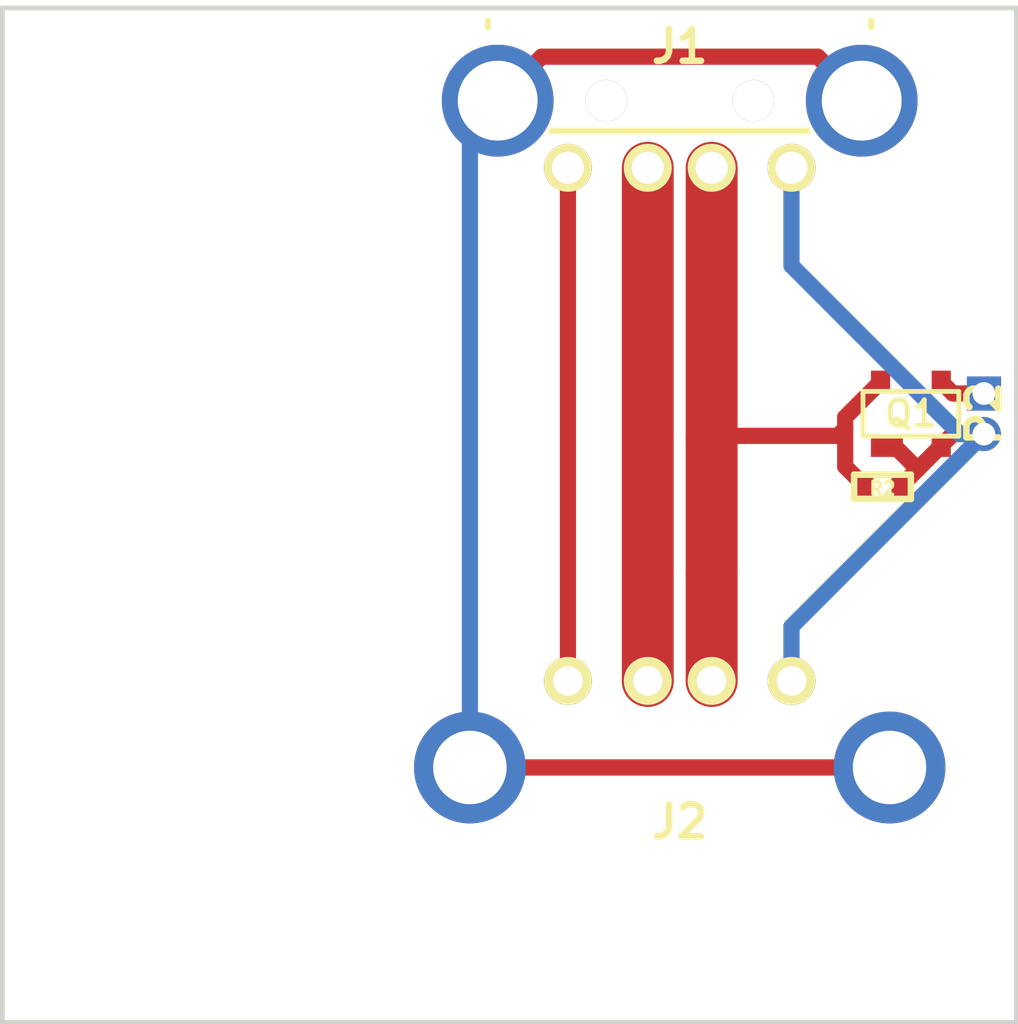
<source format=kicad_pcb>

(kicad_pcb
  (version 20171130)
  (host pcbnew "(5.1.12)-1")
  (general
    (thickness 1.6)
    (drawings 4)
    (tracks 41)
    (zones 0)
    (modules 5)
    (nets 7))
  (page A3)
  (layers
    (0 F.Cu signal)
    (31 B.Cu signal)
    (32 B.Adhes user hide)
    (33 F.Adhes user hide)
    (34 B.Paste user hide)
    (35 F.Paste user hide)
    (36 B.SilkS user hide)
    (37 F.SilkS user hide)
    (38 B.Mask user hide)
    (39 F.Mask user hide)
    (40 Dwgs.User user hide)
    (41 Cmts.User user hide)
    (42 Eco1.User user hide)
    (43 Eco2.User user hide)
    (44 Edge.Cuts user))
  (setup
    (last_trace_width 0.508)
    (user_trace_width 1.6256)
    (trace_clearance 0.2032)
    (zone_clearance 0.254)
    (zone_45_only no)
    (trace_min 0.2032)
    (via_size 0.889)
    (via_drill 0.381)
    (via_min_size 0.889)
    (via_min_drill 0.381)
    (uvia_size 0.508)
    (uvia_drill 0.127)
    (uvias_allowed no)
    (uvia_min_size 0.508)
    (uvia_min_drill 0.127)
    (edge_width 0.15)
    (segment_width 0.15)
    (pcb_text_width 0.3)
    (pcb_text_size 1 1)
    (mod_edge_width 0.15)
    (mod_text_size 1 1)
    (mod_text_width 0.15)
    (pad_size 3.50012 3.50012)
    (pad_drill 2.3)
    (pad_to_mask_clearance 0.0762)
    (aux_axis_origin 0 0)
    (visible_elements 7FFFFFFF)
    (pcbplotparams
      (layerselection 0x00030_ffffffff)
      (usegerberextensions true)
      (usegerberattributes true)
      (usegerberadvancedattributes true)
      (creategerberjobfile true)
      (excludeedgelayer true)
      (linewidth 0.15)
      (plotframeref false)
      (viasonmask false)
      (mode 1)
      (useauxorigin false)
      (hpglpennumber 1)
      (hpglpenspeed 20)
      (hpglpendiameter 15.0)
      (psnegative false)
      (psa4output false)
      (plotreference false)
      (plotvalue false)
      (plotinvisibletext false)
      (padsonsilk false)
      (subtractmaskfromsilk false)
      (outputformat 1)
      (mirror false)
      (drillshape 0)
      (scaleselection 1)
      (outputdirectory "gerbers")))
  (net 0 "")
  (net 1 /DRAIN)
  (net 2 /GATE)
  (net 3 /SHIELD)
  (net 4 GND)
  (net 5 N-000001)
  (net 6 N-000002)
  (net_class Default "This is the default net class."
    (clearance 0.2032)
    (trace_width 0.508)
    (via_dia 0.889)
    (via_drill 0.381)
    (uvia_dia 0.508)
    (uvia_drill 0.127)
    (add_net /DRAIN)
    (add_net /GATE)
    (add_net /SHIELD)
    (add_net GND)
    (add_net N-000001)
    (add_net N-000002))
  (module GSG-0402
    (layer F.Cu)
    (tedit 53B03450)
    (tstamp 53B0360A)
    (at 103.759 91.186)
    (path /53703213)
    (solder_mask_margin 0.1016)
    (fp_text reference R2
      (at 0 0.0508)
      (layer F.SilkS)
      (effects
        (font
          (size 0.4064 0.4064)
          (thickness 0.1016))))
    (fp_text value 10k
      (at 0 0.0508)
      (layer F.SilkS) hide
      (effects
        (font
          (size 0.4064 0.4064)
          (thickness 0.1016))))
    (fp_line
      (start -0.889 -0.381)
      (end 0.889 -0.381)
      (layer F.SilkS)
      (width 0.2032))
    (fp_line
      (start -0.889 0.381)
      (end -0.889 -0.381)
      (layer F.SilkS)
      (width 0.2032))
    (fp_line
      (start 0.889 0.381)
      (end -0.889 0.381)
      (layer F.SilkS)
      (width 0.2032))
    (fp_line
      (start 0.889 -0.381)
      (end 0.889 0.381)
      (layer F.SilkS)
      (width 0.2032))
    (pad 2 smd rect
      (at 0.5334 0)
      (size 0.508 0.5588)
      (layers F.Cu F.Paste F.Mask)
      (net 4 GND)
      (solder_mask_margin 0.1016))
    (pad 1 smd rect
      (at -0.5334 0)
      (size 0.508 0.5588)
      (layers F.Cu F.Paste F.Mask)
      (net 2 /GATE)
      (die_length -1518.485687)
      (solder_mask_margin 0.1016)))
  (module GSG-50MIL-HEADER-1x2-TH
    (layer F.Cu)
    (tedit 53B03A6B)
    (tstamp 53B035FA)
    (at 106.934 88.9 270)
    (path /53B03152)
    (fp_text reference P2
      (at 0 0 270)
      (layer F.SilkS)
      (effects
        (font
          (size 1.00076 1.00076)
          (thickness 0.2032))))
    (fp_text value ANTENNA
      (at 0 0 270)
      (layer F.SilkS) hide
      (effects
        (font
          (size 1.00076 1.00076)
          (thickness 0.2032))))
    (pad 1 thru_hole rect
      (at -0.635 0 270)
      (size 1.0668 1.0668)
      (drill 0.7112)
      (layers *.Cu *.Mask)
      (net 1 /DRAIN))
    (pad 2 thru_hole circle
      (at 0.635 0 270)
      (size 1.0668 1.0668)
      (drill 0.7112)
      (layers *.Cu *.Mask)
      (net 4 GND)))
  (module GSG-SOT143B-GDS
    (layer F.Cu)
    (tedit 53D5C311)
    (tstamp 53B035F4)
    (at 104.648 88.9)
    (path /5370319E)
    (fp_text reference Q1
      (at 0 0)
      (layer F.SilkS)
      (effects
        (font
          (size 0.8 0.8)
          (thickness 0.15))))
    (fp_text value MOSFET_N
      (at 0 0)
      (layer F.SilkS) hide
      (effects
        (font
          (size 0.8 0.8)
          (thickness 0.15))))
    (fp_line
      (start -1.5 0.7)
      (end -1.5 -0.7)
      (layer F.SilkS)
      (width 0.15))
    (fp_line
      (start 1.5 0.7)
      (end -1.5 0.7)
      (layer F.SilkS)
      (width 0.15))
    (fp_line
      (start 1.5 -0.7)
      (end 1.5 0.7)
      (layer F.SilkS)
      (width 0.15))
    (fp_line
      (start -1.5 -0.7)
      (end 1.5 -0.7)
      (layer F.SilkS)
      (width 0.15))
    (pad B smd rect
      (at -0.75 1)
      (size 1 0.7)
      (layers F.Cu F.Paste F.Mask)
      (net 4 GND))
    (pad S smd rect
      (at 0.95 1)
      (size 0.6 0.7)
      (layers F.Cu F.Paste F.Mask)
      (net 4 GND))
    (pad D smd rect
      (at 0.95 -1)
      (size 0.6 0.7)
      (layers F.Cu F.Paste F.Mask)
      (net 1 /DRAIN))
    (pad G smd rect
      (at -0.95 -1)
      (size 0.6 0.7)
      (layers F.Cu F.Paste F.Mask)
      (net 2 /GATE)))
  (module GSG-USB-A-1001-010-01001-SHIELD
    (layer F.Cu)
    (tedit 53D68F31)
    (tstamp 53D68F5A)
    (at 97.409 76.2 180)
    (path /53D68D76)
    (fp_text reference J1
      (at 0 -1.19888 180)
      (layer F.SilkS)
      (effects
        (font
          (size 1.00076 1.00076)
          (thickness 0.2032))))
    (fp_text value USB-DEVICE-SHIELD
      (at 0 -2.99974 180)
      (layer F.SilkS) hide
      (effects
        (font
          (size 1.00076 1.00076)
          (thickness 0.2032))))
    (fp_line
      (start 4.0005 -3.85064)
      (end -4.0005 -3.85064)
      (layer F.SilkS)
      (width 0.2032))
    (fp_line
      (start -5.99948 -0.39878)
      (end -5.99948 -0.59944)
      (layer F.SilkS)
      (width 0.2032))
    (fp_line
      (start 5.99948 -0.39878)
      (end 5.99948 -0.59944)
      (layer F.SilkS)
      (width 0.2032))
    (pad 1 thru_hole circle
      (at 3.50012 -5.00126 180)
      (size 1.50114 1.50114)
      (drill 1.00076)
      (layers *.Cu *.Mask F.SilkS)
      (net 5 N-000001))
    (pad 2 thru_hole circle
      (at 1.00076 -5.00126 180)
      (size 1.50114 1.50114)
      (drill 1.00076)
      (layers *.Cu *.Mask F.SilkS)
      (net 6 N-000002))
    (pad 3 thru_hole circle
      (at -1.00076 -5.00126 180)
      (size 1.50114 1.50114)
      (drill 1.00076)
      (layers *.Cu *.Mask F.SilkS)
      (net 2 /GATE))
    (pad 4 thru_hole circle
      (at -3.50012 -5.00126 180)
      (size 1.50114 1.50114)
      (drill 1.00076)
      (layers *.Cu *.Mask F.SilkS)
      (net 4 GND))
    (pad "" thru_hole circle
      (at 2.30124 -2.90068 180)
      (size 1.30048 1.30048)
      (drill 1.30048)
      (layers *.Cu *.Mask)
      (clearance -0.09906))
    (pad "" thru_hole circle
      (at -2.30124 -2.90068 180)
      (size 1.30048 1.30048)
      (drill 1.30048)
      (layers *.Cu *.Mask)
      (clearance -0.09906))
    (pad 5 thru_hole circle
      (at 5.69976 -2.90068 180)
      (size 3.50012 3.50012)
      (drill 2.49936)
      (layers *.Cu *.Mask)
      (net 3 /SHIELD))
    (pad 5 thru_hole circle
      (at -5.69976 -2.90068 180)
      (size 3.50012 3.50012)
      (drill 2.49936)
      (layers *.Cu *.Mask)
      (net 3 /SHIELD)))
  (module GSG-USB-A1HSW6
    (layer F.Cu)
    (tedit 53D690DD)
    (tstamp 53D68F69)
    (at 97.409 102.87)
    (path /53D68D8D)
    (fp_text reference J2
      (at 0 -1.19888)
      (layer F.SilkS)
      (effects
        (font
          (size 1.00076 1.00076)
          (thickness 0.2032))))
    (fp_text value USB-DEVICE-SHIELD
      (at 0 -2.99974)
      (layer F.SilkS) hide
      (effects
        (font
          (size 1.00076 1.00076)
          (thickness 0.2032))))
    (pad 4 thru_hole circle
      (at 3.5 -5.61)
      (size 1.5 1.5)
      (drill 0.92)
      (layers *.Cu *.Mask F.SilkS)
      (net 4 GND))
    (pad 3 thru_hole circle
      (at 1 -5.61)
      (size 1.5 1.5)
      (drill 0.92)
      (layers *.Cu *.Mask F.SilkS)
      (net 2 /GATE))
    (pad 2 thru_hole circle
      (at -1 -5.61)
      (size 1.5 1.5)
      (drill 0.92)
      (layers *.Cu *.Mask F.SilkS)
      (net 6 N-000002))
    (pad 1 thru_hole circle
      (at -3.5 -5.61)
      (size 1.5 1.5)
      (drill 0.92)
      (layers *.Cu *.Mask F.SilkS)
      (net 5 N-000001))
    (pad 5 thru_hole circle
      (at 6.57 -2.9)
      (size 3.5 3.5)
      (drill 2.3)
      (layers *.Cu *.Mask)
      (net 3 /SHIELD))
    (pad 5 thru_hole circle
      (at -6.57 -2.9)
      (size 3.50012 3.50012)
      (drill 2.3)
      (layers *.Cu *.Mask)
      (net 3 /SHIELD)))
  (gr_line
    (start 76.2 107.95)
    (end 76.2 76.2)
    (angle 90)
    (layer Edge.Cuts)
    (width 0.15))
  (gr_line
    (start 107.95 107.95)
    (end 76.2 107.95)
    (angle 90)
    (layer Edge.Cuts)
    (width 0.15))
  (gr_line
    (start 107.95 76.2)
    (end 107.95 107.95)
    (angle 90)
    (layer Edge.Cuts)
    (width 0.15))
  (gr_line
    (start 76.2 76.2)
    (end 107.95 76.2)
    (angle 90)
    (layer Edge.Cuts)
    (width 0.15))
  (segment
    (start 106.934 88.265)
    (end 105.963 88.265)
    (width 0.508)
    (layer F.Cu)
    (net 1))
  (segment
    (start 105.963 88.265)
    (end 105.598 87.9)
    (width 0.508)
    (layer F.Cu)
    (net 1)
    (tstamp 53D70E20))
  (segment
    (start 102.5906 89.363)
    (end 102.5906 90.551)
    (width 0.508)
    (layer F.Cu)
    (net 2))
  (segment
    (start 102.5906 90.551)
    (end 103.2256 91.186)
    (width 0.508)
    (layer F.Cu)
    (net 2)
    (tstamp 53D70E46))
  (segment
    (start 102.5906 89.363)
    (end 102.5906 89.0074)
    (width 0.508)
    (layer F.Cu)
    (net 2))
  (segment
    (start 102.5906 89.0074)
    (end 103.698 87.9)
    (width 0.508)
    (layer F.Cu)
    (net 2)
    (tstamp 53D70E2D))
  (segment
    (start 102.362 89.5916)
    (end 98.40976 89.5916)
    (width 0.508)
    (layer F.Cu)
    (net 2))
  (segment
    (start 98.298 89.662)
    (end 98.40976 89.662)
    (width 0.508)
    (layer F.Cu)
    (net 2)
    (tstamp 53D6F2F6))
  (segment
    (start 98.33936 89.662)
    (end 98.298 89.662)
    (width 0.508)
    (layer F.Cu)
    (net 2)
    (tstamp 53D6F2F5))
  (segment
    (start 98.40976 89.5916)
    (end 98.33936 89.662)
    (width 0.508)
    (layer F.Cu)
    (net 2)
    (tstamp 53D6F2F4))
  (segment
    (start 98.40976 93.935)
    (end 98.40396 93.9292)
    (width 0.508)
    (layer F.Cu)
    (net 2)
    (tstamp 53D6F1F6))
  (segment
    (start 98.3996 93.9292)
    (end 98.40976 93.9292)
    (width 0.508)
    (layer F.Cu)
    (net 2)
    (tstamp 53D6F197))
  (segment
    (start 98.40396 93.9292)
    (end 98.3996 93.9292)
    (width 0.508)
    (layer F.Cu)
    (net 2)
    (tstamp 53D6F196))
  (segment
    (start 98.40976 93.935)
    (end 98.40396 93.9292)
    (width 0.508)
    (layer F.Cu)
    (net 2)
    (tstamp 53D6F195))
  (segment
    (start 98.40976 81.20126)
    (end 98.40976 89.662)
    (width 1.6256)
    (layer F.Cu)
    (net 2))
  (segment
    (start 98.40976 89.662)
    (end 98.40976 93.9292)
    (width 1.6256)
    (layer F.Cu)
    (net 2)
    (tstamp 53D6F2F7))
  (segment
    (start 98.40976 93.9292)
    (end 98.40976 97.25924)
    (width 1.6256)
    (layer F.Cu)
    (net 2)
    (tstamp 53D6F198))
  (segment
    (start 98.40976 97.25924)
    (end 98.409 97.26)
    (width 1.6256)
    (layer F.Cu)
    (net 2)
    (tstamp 53D6F12F))
  (segment
    (start 102.5906 89.363)
    (end 102.362 89.5916)
    (width 0.508)
    (layer F.Cu)
    (net 2)
    (tstamp 53D6EDBC))
  (segment
    (start 103.10876 79.10068)
    (end 101.73208 77.724)
    (width 0.508)
    (layer F.Cu)
    (net 3))
  (segment
    (start 93.08592 77.724)
    (end 91.70924 79.10068)
    (width 0.508)
    (layer F.Cu)
    (net 3)
    (tstamp 53D70E6A))
  (segment
    (start 101.73208 77.724)
    (end 93.08592 77.724)
    (width 0.508)
    (layer F.Cu)
    (net 3)
    (tstamp 53D70E67))
  (segment
    (start 103.979 99.97)
    (end 90.839 99.97)
    (width 0.508)
    (layer F.Cu)
    (net 3))
  (segment
    (start 90.839 99.97)
    (end 90.839 79.97092)
    (width 0.508)
    (layer B.Cu)
    (net 3))
  (segment
    (start 90.839 79.97092)
    (end 91.70924 79.10068)
    (width 0.508)
    (layer B.Cu)
    (net 3)
    (tstamp 53D6EDF7))
  (segment
    (start 103.898 89.9)
    (end 104.124 89.9)
    (width 0.508)
    (layer F.Cu)
    (net 4)
    (status C00000))
  (segment
    (start 104.124 89.9)
    (end 104.861 90.637)
    (width 0.508)
    (layer F.Cu)
    (net 4)
    (tstamp 53EAECFF)
    (status 400000))
  (segment
    (start 104.2924 91.186)
    (end 104.312 91.186)
    (width 0.508)
    (layer F.Cu)
    (net 4))
  (segment
    (start 104.312 91.186)
    (end 104.861 90.637)
    (width 0.508)
    (layer F.Cu)
    (net 4)
    (tstamp 53D70E4A))
  (segment
    (start 104.861 90.637)
    (end 105.598 89.9)
    (width 0.508)
    (layer F.Cu)
    (net 4)
    (tstamp 53EAED04))
  (segment
    (start 106.934 89.535)
    (end 105.963 89.535)
    (width 0.508)
    (layer F.Cu)
    (net 4))
  (segment
    (start 105.963 89.535)
    (end 105.598 89.9)
    (width 0.508)
    (layer F.Cu)
    (net 4)
    (tstamp 53D70E24))
  (segment
    (start 100.909 95.56)
    (end 106.934 89.535)
    (width 0.508)
    (layer B.Cu)
    (net 4))
  (segment
    (start 100.909 97.26)
    (end 100.909 95.56)
    (width 0.508)
    (layer B.Cu)
    (net 4))
  (segment
    (start 100.90912 84.264461)
    (end 100.90912 81.20126)
    (width 0.508)
    (layer B.Cu)
    (net 4))
  (segment
    (start 106.179659 89.535)
    (end 100.90912 84.264461)
    (width 0.508)
    (layer B.Cu)
    (net 4))
  (segment
    (start 106.934 89.535)
    (end 106.179659 89.535)
    (width 0.508)
    (layer B.Cu)
    (net 4))
  (segment
    (start 93.90888 97.25988)
    (end 93.909 97.26)
    (width 0.508)
    (layer F.Cu)
    (net 5)
    (tstamp 53D6EB93))
  (segment
    (start 93.90888 81.20126)
    (end 93.90888 97.25988)
    (width 0.508)
    (layer F.Cu)
    (net 5))
  (segment
    (start 96.40824 81.20126)
    (end 96.40824 97.25924)
    (width 1.6256)
    (layer F.Cu)
    (net 6))
  (segment
    (start 96.40824 97.25924)
    (end 96.409 97.26)
    (width 1.6256)
    (layer F.Cu)
    (net 6)
    (tstamp 53D6F137)))
</source>
